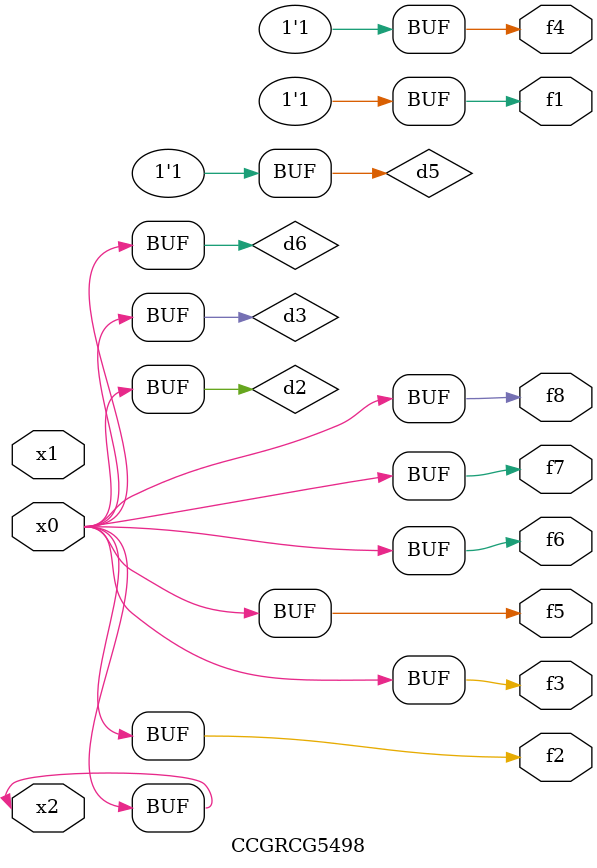
<source format=v>
module CCGRCG5498(
	input x0, x1, x2,
	output f1, f2, f3, f4, f5, f6, f7, f8
);

	wire d1, d2, d3, d4, d5, d6;

	xnor (d1, x2);
	buf (d2, x0, x2);
	and (d3, x0);
	xnor (d4, x1, x2);
	nand (d5, d1, d3);
	buf (d6, d2, d3);
	assign f1 = d5;
	assign f2 = d6;
	assign f3 = d6;
	assign f4 = d5;
	assign f5 = d6;
	assign f6 = d6;
	assign f7 = d6;
	assign f8 = d6;
endmodule

</source>
